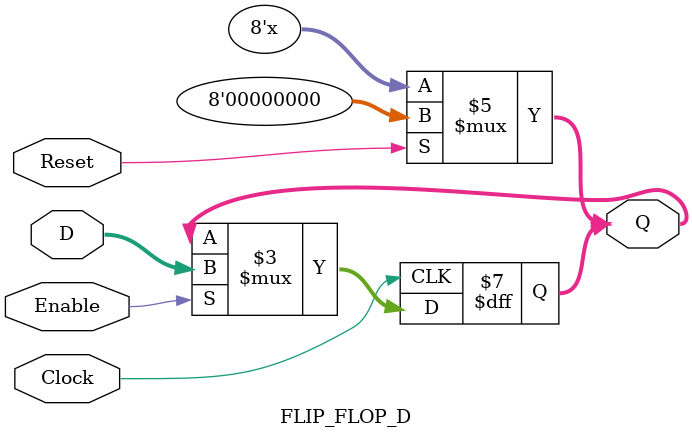
<source format=v>
module FLIP_FLOP_D # ( parameter SIZE=8 )
(
	input wire Clock,
	input wire Reset,
	input wire Enable,
	input wire [SIZE-1:0] D,
	output reg [SIZE-1:0] Q
);
	always @ ( * )
	begin
		if (Reset)
			Q <= 0;
	end

	always @ (posedge Clock)
	begin
		if (Enable)
			Q <= D;
	end
endmodule
</source>
